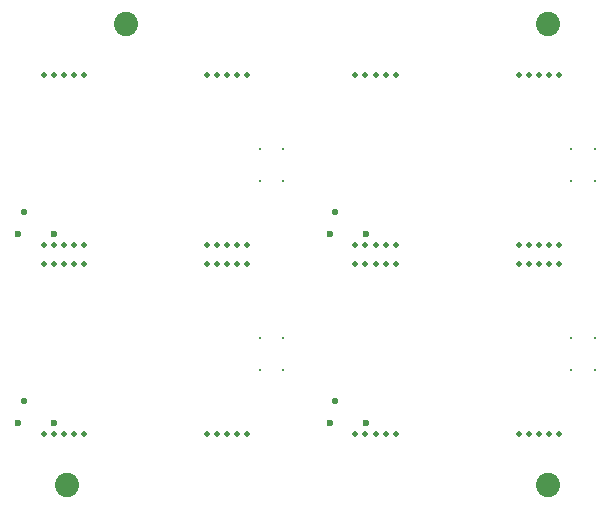
<source format=gbr>
*
%FSLAX26Y26*%
%MOIN*%
%ADD10C,0.023622*%
%ADD11C,0.021654*%
%ADD12C,0.007874*%
%ADD13C,0.005906*%
%ADD14C,0.019685*%
%ADD15C,0.080709*%
%IPPOS*%
%LNdrl.gbr*%
%LPD*%
G75*
G54D10*
X159449Y27560D03*
X39370D03*
G54D11*
X57874Y101575D03*
G54D12*
X844488Y313386D03*
X923228D03*
Y205119D03*
X844488D03*
G54D13*
X719291Y70867D03*
X691535Y109843D03*
X842126Y417323D03*
X903740Y432284D03*
X412480Y437127D03*
X634646Y503111D03*
X260236Y144489D03*
X609173Y486339D03*
X291732Y144489D03*
X307087Y472441D03*
X106299Y399804D03*
X275591Y472441D03*
X106299Y437008D03*
X750787Y102363D03*
X614764Y90158D03*
X536220Y450394D03*
X825000Y505906D03*
X405906Y351575D03*
X106693Y351969D03*
X676378Y159449D03*
X222441Y452756D03*
X588189Y402756D03*
X882677Y385434D03*
X455000Y401182D03*
X883937Y363938D03*
X568898Y141733D03*
X536220Y501575D03*
X377165Y511024D03*
X659843Y503504D03*
X766535Y86615D03*
X748425Y257481D03*
X575984Y254725D03*
X550000Y239371D03*
X521654Y211812D03*
X855118Y526182D03*
X709843Y198819D03*
X834252Y250630D03*
X882953D03*
X929134D03*
X792874Y244528D03*
X750787Y86615D03*
X691535Y90158D03*
X572441Y171260D03*
X525591Y136221D03*
X744882Y188583D03*
X653543Y198819D03*
X793268Y165788D03*
X453110Y166969D03*
X452323Y246497D03*
X451535Y317756D03*
X597205Y313819D03*
X656260D03*
X719252D03*
X927913Y160276D03*
X880669D03*
X833425D03*
X928740Y364804D03*
Y400237D03*
X916929Y530158D03*
X720079Y490788D03*
X900354Y26418D03*
X797992D03*
X687756D03*
X223189Y148465D03*
X120827D03*
Y266575D03*
X341299Y471300D03*
X250748Y26418D03*
X364921D03*
X885236Y505906D03*
X441299Y441693D03*
X902953Y407323D03*
X825394Y427166D03*
X691535Y129528D03*
X735039Y70867D03*
X597244Y192520D03*
G54D14*
X124433Y559831D03*
X157898D03*
X191362D03*
X224827D03*
X258291D03*
X669616D03*
X703080D03*
X736545D03*
X770009D03*
X803474D03*
X124433Y-8580D03*
X157898D03*
X191362D03*
X224827D03*
X258291D03*
X669616D03*
X703080D03*
X736545D03*
X770009D03*
X803474D03*
G54D10*
X159449Y657481D03*
X39370D03*
G54D11*
X57874Y731497D03*
G54D12*
X844488Y943308D03*
X923228D03*
Y835040D03*
X844488D03*
G54D13*
X719291Y700788D03*
X691535Y739764D03*
X842126Y1047245D03*
X903740Y1062205D03*
X412480Y1067048D03*
X634646Y1133032D03*
X260236Y774410D03*
X609173Y1116260D03*
X291732Y774410D03*
X307087Y1102363D03*
X106299Y1029725D03*
X275591Y1102363D03*
X106299Y1066930D03*
X750787Y732284D03*
X614764Y720079D03*
X536220Y1080316D03*
X825000Y1135827D03*
X405906Y981497D03*
X106693Y981890D03*
X676378Y789371D03*
X222441Y1082678D03*
X588189Y1032678D03*
X882677Y1015355D03*
X455000Y1031103D03*
X883937Y993859D03*
X568898Y771654D03*
X536220Y1131497D03*
X377165Y1140945D03*
X659843Y1133426D03*
X766535Y716536D03*
X748425Y887402D03*
X575984Y884646D03*
X550000Y869292D03*
X521654Y841733D03*
X855118Y1156103D03*
X709843Y828741D03*
X834252Y880552D03*
X882953D03*
X929134D03*
X792874Y874449D03*
X750787Y716536D03*
X691535Y720079D03*
X572441Y801182D03*
X525591Y766142D03*
X744882Y818504D03*
X653543Y828741D03*
X793268Y795709D03*
X453110Y796890D03*
X452323Y876418D03*
X451535Y947678D03*
X597205Y943741D03*
X656260D03*
X719252D03*
X927913Y790197D03*
X880669D03*
X833425D03*
X928740Y994725D03*
Y1030158D03*
X916929Y1160079D03*
X720079Y1120709D03*
X900354Y656339D03*
X797992D03*
X687756D03*
X223189Y778386D03*
X120827D03*
Y896497D03*
X341299Y1101221D03*
X250748Y656339D03*
X364921D03*
X885236Y1135827D03*
X441299Y1071615D03*
X902953Y1037245D03*
X825394Y1057087D03*
X691535Y759449D03*
X735039Y700788D03*
X597244Y822441D03*
G54D14*
X124433Y1189752D03*
X157898D03*
X191362D03*
X224827D03*
X258291D03*
X669616D03*
X703080D03*
X736545D03*
X770009D03*
X803474D03*
X124433Y621341D03*
X157898D03*
X191362D03*
X224827D03*
X258291D03*
X669616D03*
X703080D03*
X736545D03*
X770009D03*
X803474D03*
G54D10*
X1198819Y27560D03*
X1078740D03*
G54D11*
X1097244Y101575D03*
G54D12*
X1883858Y313386D03*
X1962598D03*
Y205119D03*
X1883858D03*
G54D13*
X1758661Y70867D03*
X1730906Y109843D03*
X1881496Y417323D03*
X1943110Y432284D03*
X1451850Y437127D03*
X1674016Y503111D03*
X1299606Y144489D03*
X1648543Y486339D03*
X1331102Y144489D03*
X1346457Y472441D03*
X1145669Y399804D03*
X1314961Y472441D03*
X1145669Y437008D03*
X1790157Y102363D03*
X1654134Y90158D03*
X1575591Y450394D03*
X1864370Y505906D03*
X1445276Y351575D03*
X1146063Y351969D03*
X1715748Y159449D03*
X1261811Y452756D03*
X1627559Y402756D03*
X1922047Y385434D03*
X1494370Y401182D03*
X1923307Y363938D03*
X1608268Y141733D03*
X1575591Y501575D03*
X1416535Y511024D03*
X1699213Y503504D03*
X1805906Y86615D03*
X1787795Y257481D03*
X1615354Y254725D03*
X1589370Y239371D03*
X1561024Y211812D03*
X1894488Y526182D03*
X1749213Y198819D03*
X1873622Y250630D03*
X1922323D03*
X1968504D03*
X1832244Y244528D03*
X1790157Y86615D03*
X1730906Y90158D03*
X1611811Y171260D03*
X1564961Y136221D03*
X1784252Y188583D03*
X1692913Y198819D03*
X1832638Y165788D03*
X1492480Y166969D03*
X1491693Y246497D03*
X1490906Y317756D03*
X1636575Y313819D03*
X1695630D03*
X1758622D03*
X1967283Y160276D03*
X1920039D03*
X1872795D03*
X1968110Y364804D03*
Y400237D03*
X1956299Y530158D03*
X1759449Y490788D03*
X1939724Y26418D03*
X1837362D03*
X1727126D03*
X1262559Y148465D03*
X1160197D03*
Y266575D03*
X1380669Y471300D03*
X1290118Y26418D03*
X1404291D03*
X1924606Y505906D03*
X1480669Y441693D03*
X1942323Y407323D03*
X1864764Y427166D03*
X1730906Y129528D03*
X1774409Y70867D03*
X1636614Y192520D03*
G54D14*
X1163803Y559831D03*
X1197268D03*
X1230732D03*
X1264197D03*
X1297661D03*
X1708986D03*
X1742450D03*
X1775915D03*
X1809379D03*
X1842844D03*
X1163803Y-8580D03*
X1197268D03*
X1230732D03*
X1264197D03*
X1297661D03*
X1708986D03*
X1742450D03*
X1775915D03*
X1809379D03*
X1842844D03*
G54D10*
X1198819Y657481D03*
X1078740D03*
G54D11*
X1097244Y731497D03*
G54D12*
X1883858Y943308D03*
X1962598D03*
Y835040D03*
X1883858D03*
G54D13*
X1758661Y700788D03*
X1730906Y739764D03*
X1881496Y1047245D03*
X1943110Y1062205D03*
X1451850Y1067048D03*
X1674016Y1133032D03*
X1299606Y774410D03*
X1648543Y1116260D03*
X1331102Y774410D03*
X1346457Y1102363D03*
X1145669Y1029725D03*
X1314961Y1102363D03*
X1145669Y1066930D03*
X1790157Y732284D03*
X1654134Y720079D03*
X1575591Y1080316D03*
X1864370Y1135827D03*
X1445276Y981497D03*
X1146063Y981890D03*
X1715748Y789371D03*
X1261811Y1082678D03*
X1627559Y1032678D03*
X1922047Y1015355D03*
X1494370Y1031103D03*
X1923307Y993859D03*
X1608268Y771654D03*
X1575591Y1131497D03*
X1416535Y1140945D03*
X1699213Y1133426D03*
X1805906Y716536D03*
X1787795Y887402D03*
X1615354Y884646D03*
X1589370Y869292D03*
X1561024Y841733D03*
X1894488Y1156103D03*
X1749213Y828741D03*
X1873622Y880552D03*
X1922323D03*
X1968504D03*
X1832244Y874449D03*
X1790157Y716536D03*
X1730906Y720079D03*
X1611811Y801182D03*
X1564961Y766142D03*
X1784252Y818504D03*
X1692913Y828741D03*
X1832638Y795709D03*
X1492480Y796890D03*
X1491693Y876418D03*
X1490906Y947678D03*
X1636575Y943741D03*
X1695630D03*
X1758622D03*
X1967283Y790197D03*
X1920039D03*
X1872795D03*
X1968110Y994725D03*
Y1030158D03*
X1956299Y1160079D03*
X1759449Y1120709D03*
X1939724Y656339D03*
X1837362D03*
X1727126D03*
X1262559Y778386D03*
X1160197D03*
Y896497D03*
X1380669Y1101221D03*
X1290118Y656339D03*
X1404291D03*
X1924606Y1135827D03*
X1480669Y1071615D03*
X1942323Y1037245D03*
X1864764Y1057087D03*
X1730906Y759449D03*
X1774409Y700788D03*
X1636614Y822441D03*
G54D14*
X1163803Y1189752D03*
X1197268D03*
X1230732D03*
X1264197D03*
X1297661D03*
X1708986D03*
X1742450D03*
X1775915D03*
X1809379D03*
X1842844D03*
X1163803Y621341D03*
X1197268D03*
X1230732D03*
X1264197D03*
X1297661D03*
X1708986D03*
X1742450D03*
X1775915D03*
X1809379D03*
X1842844D03*
G54D15*
X200787Y-177165D03*
X1807087D03*
Y1358268D03*
X397638D03*
M02*

</source>
